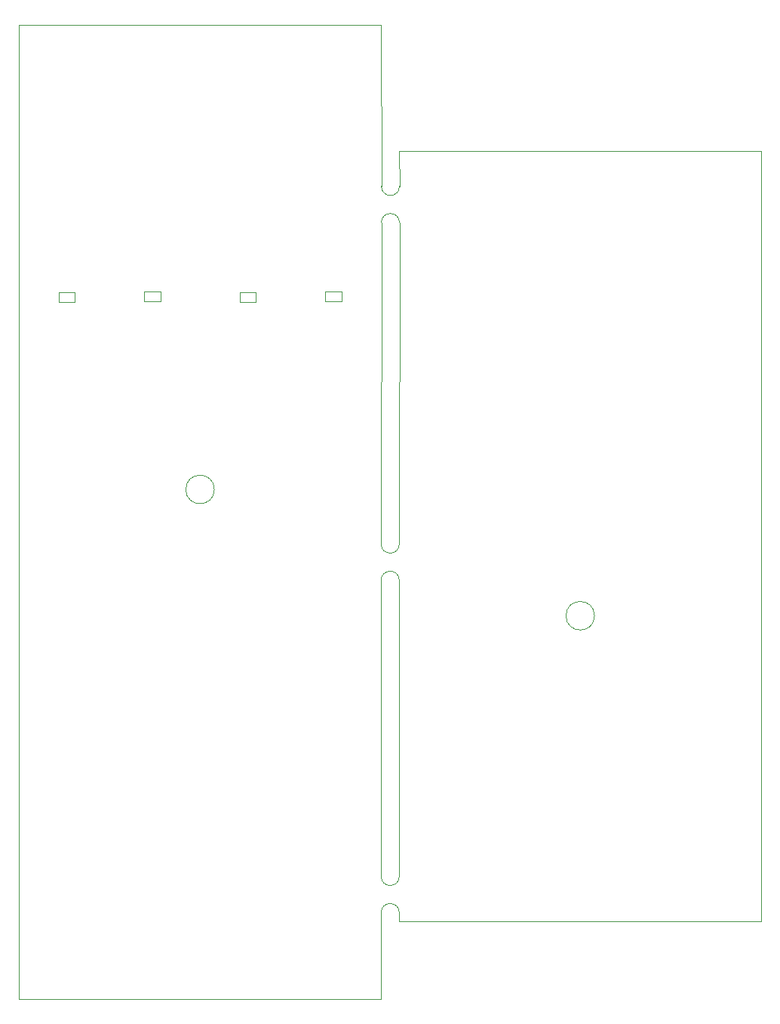
<source format=gbr>
%TF.GenerationSoftware,KiCad,Pcbnew,7.0.9*%
%TF.CreationDate,2023-11-25T16:41:53+01:00*%
%TF.ProjectId,EuroPi-X,4575726f-5069-42d5-982e-6b696361645f,rev?*%
%TF.SameCoordinates,Original*%
%TF.FileFunction,Profile,NP*%
%FSLAX46Y46*%
G04 Gerber Fmt 4.6, Leading zero omitted, Abs format (unit mm)*
G04 Created by KiCad (PCBNEW 7.0.9) date 2023-11-25 16:41:53*
%MOMM*%
%LPD*%
G01*
G04 APERTURE LIST*
%TA.AperFunction,Profile*%
%ADD10C,0.100000*%
%TD*%
%TA.AperFunction,Profile*%
%ADD11C,0.120000*%
%TD*%
G04 APERTURE END LIST*
D10*
X42697400Y-18084800D02*
X42672000Y-14162000D01*
X40665400Y-18084800D02*
X40640000Y0D01*
X40640000Y-62255400D02*
X40640000Y-95453200D01*
X42672000Y-95453200D02*
X42672000Y-62255400D01*
X40640000Y-99517200D02*
X40640000Y-109220000D01*
X42672000Y-100522000D02*
X42672000Y-99517200D01*
X42672000Y-99517200D02*
G75*
G03*
X40640000Y-99517200I-1016000J0D01*
G01*
X40640000Y-95453200D02*
G75*
G03*
X42672000Y-95453200I1016000J0D01*
G01*
X83312000Y-100522000D02*
X42672000Y-100522000D01*
X83312000Y-14162000D02*
X83312000Y-100522000D01*
X42672000Y-14162000D02*
X83312000Y-14162000D01*
X42697400Y-22148800D02*
X42672000Y-58191400D01*
X40665400Y-22148800D02*
X40640000Y-58191400D01*
X40640000Y-58191400D02*
G75*
G03*
X42672000Y-58191400I1016000J0D01*
G01*
X42672000Y-62255400D02*
G75*
G03*
X40640000Y-62255400I-1016000J0D01*
G01*
X42697400Y-22148800D02*
G75*
G03*
X40665400Y-22148800I-1016000J0D01*
G01*
X40665400Y-18084800D02*
G75*
G03*
X42697400Y-18084800I1016000J0D01*
G01*
X0Y-109220000D02*
X0Y0D01*
X64592000Y-66232000D02*
G75*
G03*
X64592000Y-66232000I-1600000J0D01*
G01*
X21920000Y-52070000D02*
G75*
G03*
X21920000Y-52070000I-1600000J0D01*
G01*
X0Y0D02*
X40640000Y0D01*
X40640000Y-109220000D02*
X0Y-109220000D01*
D11*
%TO.C,P3*%
X24780000Y-31030000D02*
X26580000Y-31030000D01*
X26580000Y-31030000D02*
X26580000Y-29930000D01*
X26580000Y-29930000D02*
X24780000Y-29930000D01*
X24780000Y-29930000D02*
X24780000Y-31030000D01*
X34380000Y-30980000D02*
X36180000Y-30980000D01*
X36180000Y-30980000D02*
X36180000Y-29880000D01*
X36180000Y-29880000D02*
X34380000Y-29880000D01*
X34380000Y-29880000D02*
X34380000Y-30980000D01*
%TO.C,P2*%
X4460000Y-31030000D02*
X6260000Y-31030000D01*
X6260000Y-31030000D02*
X6260000Y-29930000D01*
X6260000Y-29930000D02*
X4460000Y-29930000D01*
X4460000Y-29930000D02*
X4460000Y-31030000D01*
X14060000Y-30980000D02*
X15860000Y-30980000D01*
X15860000Y-30980000D02*
X15860000Y-29880000D01*
X15860000Y-29880000D02*
X14060000Y-29880000D01*
X14060000Y-29880000D02*
X14060000Y-30980000D01*
%TD*%
M02*

</source>
